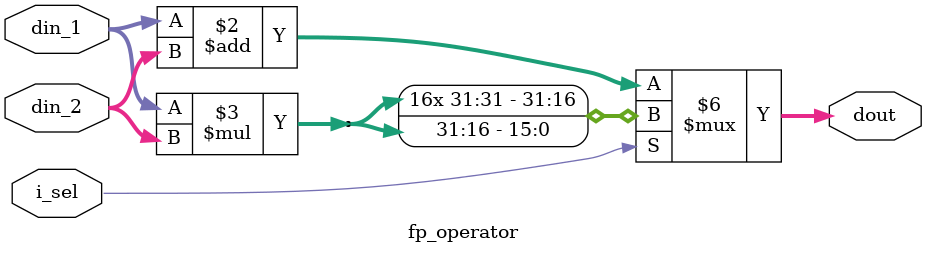
<source format=v>
module fp_operator(
    input signed [31:0] din_1, din_2,
    input i_sel,
    output reg signed [31:0] dout);

    always @(*) begin
        case (i_sel)
        0 : dout = din_1 + din_2;
        default : dout = (din_1 * din_2) >>> 16;
        endcase
    end
endmodule
</source>
